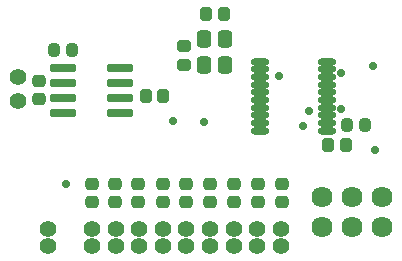
<source format=gbs>
G04 Layer_Color=16711935*
%FSLAX25Y25*%
%MOIN*%
G70*
G01*
G75*
G04:AMPARAMS|DCode=38|XSize=42.25mil|YSize=46.19mil|CornerRadius=12.73mil|HoleSize=0mil|Usage=FLASHONLY|Rotation=180.000|XOffset=0mil|YOffset=0mil|HoleType=Round|Shape=RoundedRectangle|*
%AMROUNDEDRECTD38*
21,1,0.04225,0.02072,0,0,180.0*
21,1,0.01678,0.04619,0,0,180.0*
1,1,0.02547,-0.00839,0.01036*
1,1,0.02547,0.00839,0.01036*
1,1,0.02547,0.00839,-0.01036*
1,1,0.02547,-0.00839,-0.01036*
%
%ADD38ROUNDEDRECTD38*%
G04:AMPARAMS|DCode=41|XSize=40.28mil|YSize=44.61mil|CornerRadius=12.23mil|HoleSize=0mil|Usage=FLASHONLY|Rotation=180.000|XOffset=0mil|YOffset=0mil|HoleType=Round|Shape=RoundedRectangle|*
%AMROUNDEDRECTD41*
21,1,0.04028,0.02015,0,0,180.0*
21,1,0.01582,0.04461,0,0,180.0*
1,1,0.02447,-0.00791,0.01007*
1,1,0.02447,0.00791,0.01007*
1,1,0.02447,0.00791,-0.01007*
1,1,0.02447,-0.00791,-0.01007*
%
%ADD41ROUNDEDRECTD41*%
G04:AMPARAMS|DCode=47|XSize=41.07mil|YSize=48.16mil|CornerRadius=12.27mil|HoleSize=0mil|Usage=FLASHONLY|Rotation=180.000|XOffset=0mil|YOffset=0mil|HoleType=Round|Shape=RoundedRectangle|*
%AMROUNDEDRECTD47*
21,1,0.04107,0.02362,0,0,180.0*
21,1,0.01654,0.04816,0,0,180.0*
1,1,0.02454,-0.00827,0.01181*
1,1,0.02454,0.00827,0.01181*
1,1,0.02454,0.00827,-0.01181*
1,1,0.02454,-0.00827,-0.01181*
%
%ADD47ROUNDEDRECTD47*%
%ADD48C,0.07060*%
%ADD49C,0.05524*%
%ADD50C,0.02768*%
G04:AMPARAMS|DCode=51|XSize=58mil|YSize=23.35mil|CornerRadius=7.92mil|HoleSize=0mil|Usage=FLASHONLY|Rotation=0.000|XOffset=0mil|YOffset=0mil|HoleType=Round|Shape=RoundedRectangle|*
%AMROUNDEDRECTD51*
21,1,0.05800,0.00752,0,0,0.0*
21,1,0.04217,0.02335,0,0,0.0*
1,1,0.01583,0.02108,-0.00376*
1,1,0.01583,-0.02108,-0.00376*
1,1,0.01583,-0.02108,0.00376*
1,1,0.01583,0.02108,0.00376*
%
%ADD51ROUNDEDRECTD51*%
G04:AMPARAMS|DCode=52|XSize=40.28mil|YSize=44.61mil|CornerRadius=12.23mil|HoleSize=0mil|Usage=FLASHONLY|Rotation=270.000|XOffset=0mil|YOffset=0mil|HoleType=Round|Shape=RoundedRectangle|*
%AMROUNDEDRECTD52*
21,1,0.04028,0.02015,0,0,270.0*
21,1,0.01582,0.04461,0,0,270.0*
1,1,0.02447,-0.01007,-0.00791*
1,1,0.02447,-0.01007,0.00791*
1,1,0.02447,0.01007,0.00791*
1,1,0.02447,0.01007,-0.00791*
%
%ADD52ROUNDEDRECTD52*%
G04:AMPARAMS|DCode=53|XSize=86.74mil|YSize=26.5mil|CornerRadius=8.72mil|HoleSize=0mil|Usage=FLASHONLY|Rotation=180.000|XOffset=0mil|YOffset=0mil|HoleType=Round|Shape=RoundedRectangle|*
%AMROUNDEDRECTD53*
21,1,0.08674,0.00907,0,0,180.0*
21,1,0.06930,0.02650,0,0,180.0*
1,1,0.01744,-0.03465,0.00453*
1,1,0.01744,0.03465,0.00453*
1,1,0.01744,0.03465,-0.00453*
1,1,0.01744,-0.03465,-0.00453*
%
%ADD53ROUNDEDRECTD53*%
G04:AMPARAMS|DCode=54|XSize=49.73mil|YSize=57.61mil|CornerRadius=13.81mil|HoleSize=0mil|Usage=FLASHONLY|Rotation=0.000|XOffset=0mil|YOffset=0mil|HoleType=Round|Shape=RoundedRectangle|*
%AMROUNDEDRECTD54*
21,1,0.04973,0.02999,0,0,0.0*
21,1,0.02212,0.05761,0,0,0.0*
1,1,0.02761,0.01106,-0.01500*
1,1,0.02761,-0.01106,-0.01500*
1,1,0.02761,-0.01106,0.01500*
1,1,0.02761,0.01106,0.01500*
%
%ADD54ROUNDEDRECTD54*%
G04:AMPARAMS|DCode=55|XSize=41.07mil|YSize=48.16mil|CornerRadius=12.27mil|HoleSize=0mil|Usage=FLASHONLY|Rotation=270.000|XOffset=0mil|YOffset=0mil|HoleType=Round|Shape=RoundedRectangle|*
%AMROUNDEDRECTD55*
21,1,0.04107,0.02362,0,0,270.0*
21,1,0.01654,0.04816,0,0,270.0*
1,1,0.02454,-0.01181,-0.00827*
1,1,0.02454,-0.01181,0.00827*
1,1,0.02454,0.01181,0.00827*
1,1,0.02454,0.01181,-0.00827*
%
%ADD55ROUNDEDRECTD55*%
D38*
X117815Y40748D02*
D03*
X111909D02*
D03*
X57087Y57087D02*
D03*
X51181D02*
D03*
D41*
X26693Y72539D02*
D03*
X20748D02*
D03*
X118287Y47638D02*
D03*
X124232D02*
D03*
D47*
X77342Y84449D02*
D03*
X71280D02*
D03*
D48*
X130079Y23583D02*
D03*
Y13583D02*
D03*
X120079Y23583D02*
D03*
Y13583D02*
D03*
X110079Y23583D02*
D03*
Y13583D02*
D03*
D49*
X33268Y12894D02*
D03*
X41142D02*
D03*
X49016D02*
D03*
X56890D02*
D03*
X64764D02*
D03*
X72638D02*
D03*
X80512D02*
D03*
X88386D02*
D03*
X96260D02*
D03*
X33268Y6990D02*
D03*
X41142D02*
D03*
X49016Y6988D02*
D03*
X56890D02*
D03*
X64764D02*
D03*
X72638D02*
D03*
X80512D02*
D03*
X88386D02*
D03*
X96260D02*
D03*
X18701Y12894D02*
D03*
Y6988D02*
D03*
X8563Y63484D02*
D03*
Y55512D02*
D03*
D50*
X105512Y52067D02*
D03*
X116344Y52660D02*
D03*
X103445Y47146D02*
D03*
X127067Y67224D02*
D03*
X116339Y64862D02*
D03*
X95669Y63779D02*
D03*
X70669Y48622D02*
D03*
X60138Y48720D02*
D03*
X24606Y27756D02*
D03*
X127657Y39075D02*
D03*
D51*
X111614Y45575D02*
D03*
Y48134D02*
D03*
Y50693D02*
D03*
Y53252D02*
D03*
Y55811D02*
D03*
Y58370D02*
D03*
Y60929D02*
D03*
Y63488D02*
D03*
Y66047D02*
D03*
Y68606D02*
D03*
X89410D02*
D03*
Y66047D02*
D03*
Y63488D02*
D03*
Y60929D02*
D03*
Y58370D02*
D03*
Y55811D02*
D03*
Y53252D02*
D03*
Y50693D02*
D03*
Y48134D02*
D03*
Y45575D02*
D03*
D52*
X15453Y56181D02*
D03*
Y62126D02*
D03*
X80734Y27835D02*
D03*
Y21890D02*
D03*
X88634Y27835D02*
D03*
Y21890D02*
D03*
X96534Y27835D02*
D03*
Y21890D02*
D03*
X72634Y27835D02*
D03*
Y21890D02*
D03*
X64634Y27835D02*
D03*
Y21890D02*
D03*
X56834Y27835D02*
D03*
Y21890D02*
D03*
X33134D02*
D03*
Y27835D02*
D03*
X40834D02*
D03*
Y21890D02*
D03*
X48634Y27835D02*
D03*
Y21890D02*
D03*
D53*
X23701Y66654D02*
D03*
Y51653D02*
D03*
X42638D02*
D03*
Y56653D02*
D03*
Y61654D02*
D03*
Y66654D02*
D03*
X23701Y61654D02*
D03*
Y56653D02*
D03*
D54*
X77486Y67462D02*
D03*
Y76163D02*
D03*
X70754D02*
D03*
Y67462D02*
D03*
D55*
X64075Y67618D02*
D03*
Y73681D02*
D03*
M02*

</source>
